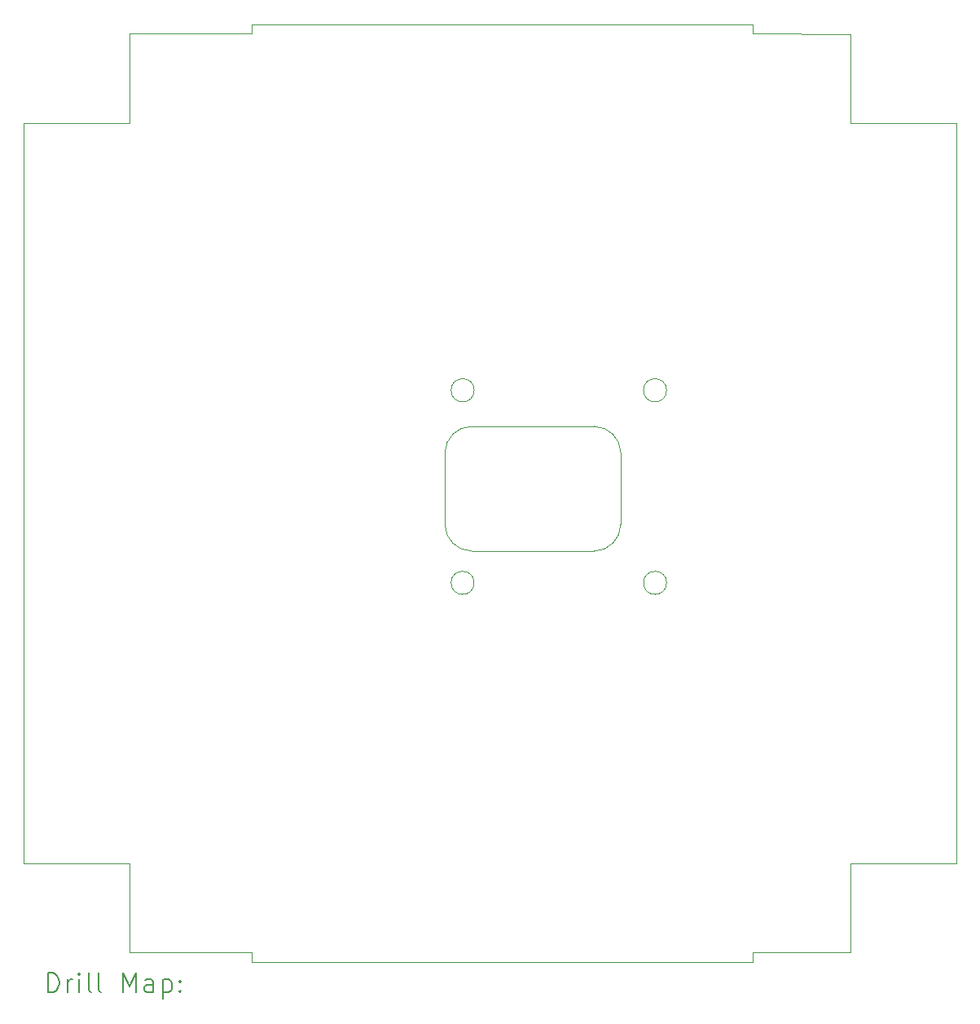
<source format=gbr>
%FSLAX45Y45*%
G04 Gerber Fmt 4.5, Leading zero omitted, Abs format (unit mm)*
G04 Created by KiCad (PCBNEW (6.0.5)) date 2022-07-09 16:01:30*
%MOMM*%
%LPD*%
G01*
G04 APERTURE LIST*
%TA.AperFunction,Profile*%
%ADD10C,0.050000*%
%TD*%
%ADD11C,0.200000*%
G04 APERTURE END LIST*
D10*
X17653000Y-4814000D02*
X18669000Y-4815840D01*
X17653000Y-14353800D02*
X17653000Y-14453800D01*
X12446000Y-14453800D02*
X12446000Y-14353800D01*
X17653000Y-14453800D02*
X12446000Y-14453800D01*
X11176000Y-14351000D02*
X12446000Y-14353800D01*
X17653000Y-14353800D02*
X18669000Y-14353800D01*
X14757000Y-10515500D02*
G75*
G03*
X14757000Y-10515500I-120000J0D01*
G01*
X16281400Y-9906000D02*
X16281400Y-9169400D01*
X16002000Y-10185400D02*
G75*
G03*
X16281400Y-9906000I0J279400D01*
G01*
X18669000Y-4815840D02*
X18669000Y-5740400D01*
X18669000Y-5740400D02*
X19771000Y-5740400D01*
X11176000Y-5737600D02*
X10074200Y-5737600D01*
X11176000Y-4813040D02*
X11176000Y-5737600D01*
X17653000Y-4714000D02*
X17653000Y-4814000D01*
X12446000Y-4714000D02*
X17653000Y-4714000D01*
X14757000Y-8515500D02*
G75*
G03*
X14757000Y-8515500I-120000J0D01*
G01*
X16002000Y-8890000D02*
X14732000Y-8890000D01*
X16757000Y-8515500D02*
G75*
G03*
X16757000Y-8515500I-120000J0D01*
G01*
X14732000Y-10185400D02*
X16002000Y-10185400D01*
X11176000Y-4813040D02*
X12446000Y-4814000D01*
X14452600Y-9169400D02*
X14452600Y-9906000D01*
X11176000Y-13426440D02*
X10074000Y-13426440D01*
X14732000Y-8890000D02*
G75*
G03*
X14452600Y-9169400I0J-279400D01*
G01*
X18669000Y-13429240D02*
X19770800Y-13429240D01*
X16757000Y-10515500D02*
G75*
G03*
X16757000Y-10515500I-120000J0D01*
G01*
X11176000Y-13426440D02*
X11176000Y-14351000D01*
X16281400Y-9169400D02*
G75*
G03*
X16002000Y-8890000I-279400J0D01*
G01*
X19771000Y-5740400D02*
X19770800Y-13429240D01*
X14452600Y-9906000D02*
G75*
G03*
X14732000Y-10185400I279400J0D01*
G01*
X10074200Y-5737600D02*
X10074000Y-13426440D01*
X12446000Y-4814000D02*
X12446000Y-4714000D01*
X18669000Y-13429240D02*
X18669000Y-14353800D01*
D11*
X10329119Y-14766776D02*
X10329119Y-14566776D01*
X10376738Y-14566776D01*
X10405310Y-14576300D01*
X10424357Y-14595348D01*
X10433881Y-14614395D01*
X10443405Y-14652490D01*
X10443405Y-14681062D01*
X10433881Y-14719157D01*
X10424357Y-14738205D01*
X10405310Y-14757252D01*
X10376738Y-14766776D01*
X10329119Y-14766776D01*
X10529119Y-14766776D02*
X10529119Y-14633443D01*
X10529119Y-14671538D02*
X10538643Y-14652490D01*
X10548167Y-14642967D01*
X10567214Y-14633443D01*
X10586262Y-14633443D01*
X10652929Y-14766776D02*
X10652929Y-14633443D01*
X10652929Y-14566776D02*
X10643405Y-14576300D01*
X10652929Y-14585824D01*
X10662452Y-14576300D01*
X10652929Y-14566776D01*
X10652929Y-14585824D01*
X10776738Y-14766776D02*
X10757690Y-14757252D01*
X10748167Y-14738205D01*
X10748167Y-14566776D01*
X10881500Y-14766776D02*
X10862452Y-14757252D01*
X10852929Y-14738205D01*
X10852929Y-14566776D01*
X11110071Y-14766776D02*
X11110071Y-14566776D01*
X11176738Y-14709633D01*
X11243405Y-14566776D01*
X11243405Y-14766776D01*
X11424357Y-14766776D02*
X11424357Y-14662014D01*
X11414833Y-14642967D01*
X11395786Y-14633443D01*
X11357690Y-14633443D01*
X11338643Y-14642967D01*
X11424357Y-14757252D02*
X11405309Y-14766776D01*
X11357690Y-14766776D01*
X11338643Y-14757252D01*
X11329119Y-14738205D01*
X11329119Y-14719157D01*
X11338643Y-14700109D01*
X11357690Y-14690586D01*
X11405309Y-14690586D01*
X11424357Y-14681062D01*
X11519595Y-14633443D02*
X11519595Y-14833443D01*
X11519595Y-14642967D02*
X11538643Y-14633443D01*
X11576738Y-14633443D01*
X11595786Y-14642967D01*
X11605309Y-14652490D01*
X11614833Y-14671538D01*
X11614833Y-14728681D01*
X11605309Y-14747728D01*
X11595786Y-14757252D01*
X11576738Y-14766776D01*
X11538643Y-14766776D01*
X11519595Y-14757252D01*
X11700548Y-14747728D02*
X11710071Y-14757252D01*
X11700548Y-14766776D01*
X11691024Y-14757252D01*
X11700548Y-14747728D01*
X11700548Y-14766776D01*
X11700548Y-14642967D02*
X11710071Y-14652490D01*
X11700548Y-14662014D01*
X11691024Y-14652490D01*
X11700548Y-14642967D01*
X11700548Y-14662014D01*
M02*

</source>
